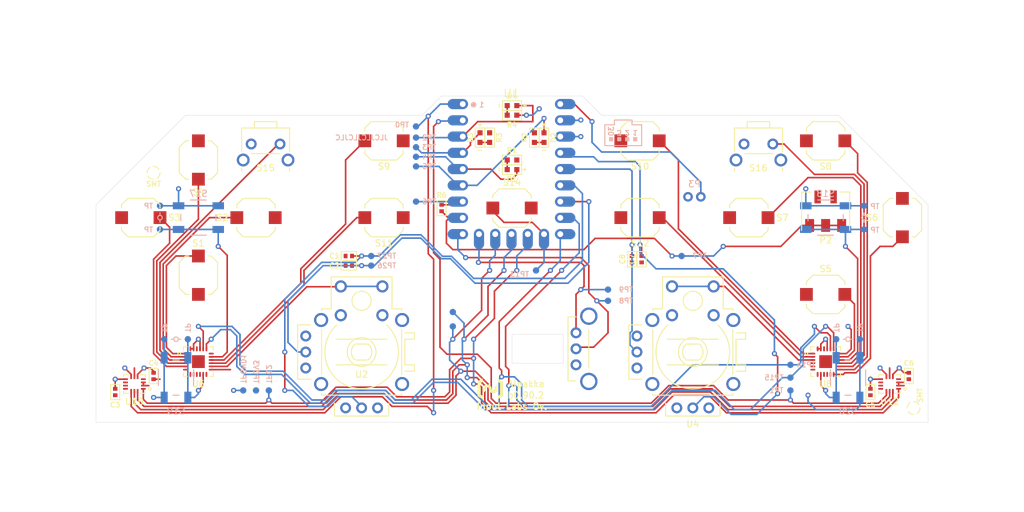
<source format=kicad_pcb>
(kicad_pcb (version 20240108) (generator "pcbnew") (generator_version "8.0")
  (title_block (title "Alpakka") (company "Input Labs Oy."))
  (layers (0 "F.Cu" signal) (31 "B.Cu" signal) (34 "B.Paste" user) (35 "F.Paste" user) (36 "B.SilkS" user "B.Silkscreen") (37 "F.SilkS" user "F.Silkscreen") (38 "B.Mask" user) (39 "F.Mask" user) (44 "Edge.Cuts" user))
  (net 0 "")
  (net 1 "GP20")
  (net 2 "GND")
  (net 3 "ADC0")
  (net 4 "ADC1")
  (net 5 "SPI_RX")
  (net 6 "SPI_CK")
  (net 7 "SPI_TX")
  (net 8 "Net-(D1-K)")
  (net 9 "GP2")
  (net 10 "GP3")
  (net 11 "GP4")
  (net 12 "GP5")
  (net 13 "GP8")
  (net 14 "GP9")
  (net 15 "GP7")
  (net 16 "GP6")
  (net 17 "A0")
  (net 18 "A1")
  (net 19 "A4")
  (net 20 "A3")
  (net 21 "B15")
  (net 22 "B10")
  (net 23 "B13")
  (net 24 "B11")
  (net 25 "A14")
  (net 26 "B0")
  (net 27 "A13")
  (net 28 "B1")
  (net 29 "A2")
  (net 30 "B12")
  (net 31 "A15")
  (net 32 "B14")
  (net 33 "A9")
  (net 34 "B7")
  (net 35 "I2C_SDA")
  (net 36 "I2C_SCL")
  (net 37 "A12")
  (net 40 "B2")
  (net 47 "Net-(D2-K)")
  (net 48 "Net-(D3-K)")
  (net 49 "Net-(D4-K)")
  (net 50 "CS1")
  (net 51 "CS0")
  (net 63 "VCC")
  (net 65 "/A10")
  (net 66 "5V")
  (net 67 "ADC2")
  (net 68 "ADC3")
  (footprint "ILO_fp:Alpsalpine_SKPM" (layer "F.Cu") (at 149 42)
    (property "Reference" "S8")
    (property "Value" "y")
  )
  (footprint "ILO_fp:NPTH_4mm" (layer "F.Cu") (at 159 62)
    (property "Reference" "REF**" (hide yes))
    (property "Value" "NPTH_4mm" (hide yes))
  )
  (footprint "ILO_fp:Alpsalpine_SKPM" (layer "F.Cu") (at 60 54 180)
    (property "Reference" "S2")
    (property "Value" "right")
  )
  (footprint "ILO_fp:0402" (layer "F.Cu") (at 89 52.5 -90)
    (property "Reference" "R6")
    (property "Value" "R6" (hide yes))
  )
  (footprint "ILO_fp:Alpsalpine_SKPM" (layer "F.Cu") (at 42 54)
    (property "Reference" "S3")
    (property "Value" "left")
  )
  (footprint "ILO_fp:Alpsalpine_SKPM" (layer "F.Cu") (at 80 42 180)
    (property "Reference" "S9")
    (property "Value" "select_1")
  )
  (footprint "ILO_fp:Alpsalpine_SKPM" (layer "F.Cu") (at 80 54 180)
    (property "Reference" "S11")
    (property "Value" "select_2")
  )
  (footprint "ILO_fp:Alpsalpine_SKPM" (layer "F.Cu") (at 120 42)
    (property "Reference" "S10")
    (property "Value" "start_1")
  )
  (footprint "ILO_fp:NPTH_4mm" (layer "F.Cu") (at 41 62)
    (property "Reference" "REF**" (hide yes))
    (property "Value" "NPTH_4mm" (hide yes))
  )
  (footprint "ILO_fp:NPTH_4mm" (layer "F.Cu") (at 62 62)
    (property "Reference" "REF**" (hide yes))
    (property "Value" "NPTH_4mm" (hide yes))
  )
  (footprint "ILO_fp:NPTH_4mm" (layer "F.Cu") (at 85 62)
    (property "Reference" "REF**" (hide yes))
    (property "Value" "NPTH_4mm" (hide yes))
  )
  (footprint "ILO_fp:NPTH_4mm" (layer "F.Cu") (at 115 62)
    (property "Reference" "REF**" (hide yes))
    (property "Value" "NPTH_4mm" (hide yes))
  )
  (footprint "ILO_fp:NPTH_4mm" (layer "F.Cu") (at 138 62)
    (property "Reference" "REF**" (hide yes))
    (property "Value" "NPTH_4mm" (hide yes))
  )
  (footprint "ILO_fp:Alpsalpine_SKPM" (layer "F.Cu") (at 149 66)
    (property "Reference" "S5")
    (property "Value" "a")
  )
  (footprint "ILO_fp:Alpsalpine_SKPM" (layer "F.Cu") (at 161 54 -90)
    (property "Reference" "S6")
    (property "Value" "b")
  )
  (footprint "ILO_fp:Alpsalpine_SKPM" (layer "F.Cu") (at 137 54)
    (property "Reference" "S7")
    (property "Value" "x")
  )
  (footprint "ILO_fp:Alpsalpine_SKPM" (layer "F.Cu") (at 51 63 90)
    (property "Reference" "S1")
    (property "Value" "down")
  )
  (footprint "ILO_fp:Alpsalpine_SKPM" (layer "F.Cu") (at 51 45 -90)
    (property "Reference" "S4")
    (property "Value" "up")
  )
  (footprint "ILO_fp:NPTH_2mm" (layer "F.Cu") (at 85 49)
    (property "Reference" "REF**" (hide yes))
    (property "Value" "NPTH_2mm" (hide yes))
  )
  (footprint "ILO_fp:NPTH_2mm" (layer "F.Cu") (at 62 49)
    (property "Reference" "REF**" (hide yes))
    (property "Value" "NPTH_2mm" (hide yes))
  )
  (footprint "ILO_fp:NPTH_2mm" (layer "F.Cu") (at 85 75)
    (property "Reference" "REF**" (hide yes))
    (property "Value" "NPTH_2mm" (hide yes))
  )
  (footprint "ILO_fp:NPTH_2mm" (layer "F.Cu") (at 62 75)
    (property "Reference" "REF**" (hide yes))
    (property "Value" "NPTH_2mm" (hide yes))
  )
  (footprint "ILO_fp:NPTH_2mm" (layer "F.Cu") (at 115 49)
    (property "Reference" "REF**" (hide yes))
    (property "Value" "NPTH_2mm" (hide yes))
  )
  (footprint "ILO_fp:NPTH_2mm" (layer "F.Cu") (at 138 49)
    (property "Reference" "REF**" (hide yes))
    (property "Value" "NPTH_2mm" (hide yes))
  )
  (footprint "ILO_fp:NPTH_2mm" (layer "F.Cu") (at 159 75)
    (property "Reference" "REF**" (hide yes))
    (property "Value" "NPTH_2mm" (hide yes))
  )
  (footprint "ILO_fp:NPTH_2mm" (layer "F.Cu") (at 138 75)
    (property "Reference" "REF**" (hide yes))
    (property "Value" "NPTH_2mm" (hide yes))
  )
  (footprint "ILO_fp:Alpsalpine_SKPM" (layer "F.Cu") (at 100 52.5 180)
    (property "Reference" "S14")
    (property "Value" "home")
  )
  (footprint "ILO_fp:0402" (layer "F.Cu") (at 74.5 60)
    (property "Reference" "C1")
    (property "Value" "C" (hide yes))
  )
  (footprint "ILO_fp:HRO_BC-25-3P" (layer "F.Cu") (at 149 53 -90)
    (property "Reference" "P2")
    (property "Value" "Endpoint" (hide yes))
  )
  (footprint "ILO_fp:0603_d" (layer "F.Cu") (at 95 41.5 90)
    (property "Reference" "D3")
    (property "Value" "Diode" (hide yes))
  )
  (footprint "ILO_fp:0603_d" (layer "F.Cu") (at 100 36.5)
    (property "Reference" "D4")
    (property "Value" "Diode" (hide yes))
  )
  (footprint "ILO_fp:0603_d" (layer "F.Cu") (at 105 41.5 90)
    (property "Reference" "D2")
    (property "Value" "Diode" (hide yes))
  )
  (footprint "ILO_fp:Alpsalpine_RKJXV122400R" (layer "F.Cu") (at 76.5 75 180)
    (property "Reference" "U2")
    (property "Value" "Alpsalpine_RKJXV" (hide yes))
  )
  (footprint "ILO_fp:NPTH_2mm" (layer "F.Cu") (at 41 75)
    (property "Reference" "REF**" (hide yes))
    (property "Value" "NPTH_2mm" (hide yes))
  )
  (footprint "ILO_fp:Alpsalpine_SKPM" (layer "F.Cu") (at 120 54)
    (property "Reference" "S12")
    (property "Value" "start_2")
  )
  (footprint "ILO_fp:Alpsalpine_SKHHL" (layer "F.Cu") (at 61.5 42.5 180)
    (property "Reference" "S15")
    (property "Value" "l1")
  )
  (footprint "ILO_fp:0402" (layer "F.Cu") (at 74.5 61.5)
    (property "Reference" "C2")
    (property "Value" "C" (hide yes))
  )
  (footprint "ILO_fp:LGA14" (layer "F.Cu") (at 159 80 180)
    (property "Reference" "U12")
    (property "Value" "ST_LSM6" (hide yes))
  )
  (footprint "ILO_fp:0402" (layer "F.Cu") (at 162 78.75 90)
    (property "Reference" "C6")
    (property "Value" "C" (hide yes))
  )
  (footprint "ILO_fp:0402" (layer "F.Cu") (at 156 81.25 90)
    (property "Reference" "C5")
    (property "Value" "C" (hide yes))
  )
  (footprint "ILO_fp:Alpsalpine_SKHHL" (layer "F.Cu") (at 138.5 42.5 180)
    (property "Reference" "S16")
    (property "Value" "r1")
  )
  (footprint "ILO_fp:0603" (layer "F.Cu") (at 100 45 180)
    (property "Reference" "R1")
    (property "Value" "R" (hide yes))
  )
  (footprint "ILO_fp:0603" (layer "F.Cu") (at 103.5 41.5 -90)
    (property "Reference" "R2")
    (property "Value" "R" (hide yes))
  )
  (footprint "ILO_fp:0603" (layer "F.Cu") (at 96.5 41.5 -90)
    (property "Reference" "R3")
    (property "Value" "R" (hide yes))
  )
  (footprint "ILO_fp:0603" (layer "F.Cu") (at 100 38 180)
    (property "Reference" "R4")
    (property "Value" "R" (hide yes))
  )
  (footprint "ILO_fp:0603_d" (layer "F.Cu") (at 100 46.5)
    (property "Reference" "D1")
    (property "Value" "Diode" (hide yes))
  )
  (footprint "ILO_fp:0402" (layer "F.Cu") (at 38 81.25 90)
    (property "Reference" "C3")
    (property "Value" "C" (hide yes))
  )
  (footprint "ILO_fp:0402" (layer "F.Cu") (at 44 78.75 90)
    (property "Reference" "C4")
    (property "Value" "C" (hide yes))
  )
  (footprint "ILO_fp:QFN24" (layer "F.Cu") (at 149 76.5)
    (property "Reference" "U8")
    (property "Value" "NXP_PCAL6416A" (hide yes))
  )
  (footprint "ILO_fp:QFN24" (layer "F.Cu") (at 51 76.5)
    (property "Reference" "U6")
    (property "Value" "NXP_PCAL6416A" (hide yes))
  )
  (footprint "ILO_fp:NPTH_2mm" (layer "F.Cu") (at 44 47)
    (property "Reference" "REF**" (hide yes))
    (property "Value" "NPTH_2mm" (hide yes))
  )
  (footprint "ILO_fp:0402" (layer "F.Cu") (at 118.75 60.5 90)
    (property "Reference" "C8")
    (property "Value" "C" (hide yes))
  )
  (footprint "ILO_fp:Alpsalpine_RKJXV122400R" (layer "F.Cu") (at 128.25 75 180)
    (property "Reference" "U4")
    (property "Value" "Alpsalpine_RKJXV" (hide yes))
  )
  (footprint "LOGO" (layer "F.Cu") (at 96.6 80.75)
    (property "Reference" "G***" (hide yes))
    (property "Value" "LOGO" (hide yes))
  )
  (footprint "ILO_fp:0402" (layer "F.Cu") (at 120.25 60.5 90)
    (property "Reference" "C7")
    (property "Value" "C" (hide yes))
  )
  (footprint "" (layer "F.Cu") (at 162.75 83.75)
    (property "Reference" "")
    (property "Value" "")
  )
  (footprint "ILO_fp:LGA14" (layer "F.Cu") (at 41 80 180)
    (property "Reference" "U10")
    (property "Value" "ST_LSM6" (hide yes))
  )
  (footprint "ILO_fp:Alpsalpine_EC10E" (layer "F.Cu") (at 111 74.5 -90)
    (property "Reference" "U3" (hide yes))
    (property "Value" "Alpsalpine_EC10E" (hide yes))
  )
  (footprint "ILO_fp:Alpsalpine_SKQG" (layer "B.Cu") (at 51 54)
    (property "Reference" "S17")
    (property "Value" "l2" (hide yes))
  )
  (footprint "ILO_fp:Alpsalpine_SKQG" (layer "B.Cu") (at 152.5 79 -90)
    (property "Reference" "S20")
    (property "Value" "r4" (hide yes))
  )
  (footprint "ILO_fp:Alpsalpine_SKQG" (layer "B.Cu") (at 149 54)
    (property "Reference" "S18")
    (property "Value" "r2" (hide yes))
  )
  (footprint "ILO_fp:Alpsalpine_SKQG" (layer "B.Cu") (at 47.5 79 90)
    (property "Reference" "S19")
    (property "Value" "l4" (hide yes))
  )
  (footprint "ILO_fp:Pad_1mm" (layer "B.Cu") (at 49.35 73 180)
    (property "Reference" "TP204" (hide yes))
    (property "Value" "Endpoint" (hide yes))
  )
  (footprint "ILO_fp:Pad_1mm" (layer "B.Cu") (at 62 81 180)
    (property "Reference" "TP12")
    (property "Value" "Endpoint" (hide yes))
  )
  (footprint "ILO_fp:Pad_1mm" (layer "B.Cu") (at 126.5 60 180)
    (property "Reference" "TP7")
    (property "Value" "Endpoint" (hide yes))
  )
  (footprint "ILO_fp:Pad_1mm" (layer "B.Cu") (at 85 51.5 180)
    (property "Reference" "TP6")
    (property "Value" "Endpoint" (hide yes))
  )
  (footprint "ILO_fp:Pad_1mm" (layer "B.Cu") (at 45 55.85 180)
    (property "Reference" "TP202" (hide yes))
    (property "Value" "Endpoint" (hide yes))
  )
  (footprint "ILO_fp:JST_PH_2_TH" (layer "B.Cu") (at 128.5 50.75 180)
    (property "Reference" "P3")
    (property "Value" "Conn_01x02")
  )
  (footprint "ILO_fp:Pad_1mm" (layer "B.Cu") (at 78 60 180)
    (property "Reference" "TP27")
    (property "Value" "Endpoint" (hide yes))
  )
  (footprint "ILO_fp:Pad_1mm" (layer "B.Cu") (at 103.75 62.25 180)
    (property "Reference" "TP13")
    (property "Value" "Endpoint" (hide yes))
  )
  (footprint "ILO_fp:Pad_1mm" (layer "B.Cu") (at 143.5 79 180)
    (property "Reference" "TP15")
    (property "Value" "Endpoint" (hide yes))
  )
  (footprint "ILO_fp:Pad_1mm" (layer "B.Cu") (at 90.75 71 180)
    (property "Reference" "TP10" (hide yes))
    (property "Value" "Endpoint" (hide yes))
  )
  (footprint "ILO_fp:Pad_1mm" (layer "B.Cu") (at 85 39.75 180)
    (property "Reference" "TP0")
    (property "Value" "Endpoint" (hide yes))
  )
  (footprint "ILO_fp:Pad_1mm" (layer "B.Cu") (at 115 65.25 180)
    (property "Reference" "TP9")
    (property "Value" "Endpoint" (hide yes))
  )
  (footprint "ILO_fp:Pad_1mm" (layer "B.Cu") (at 85 43 180)
    (property "Reference" "TP3")
    (property "Value" "Endpoint" (hide yes))
  )
  (footprint "ILO_fp:Pad_1mm" (layer "B.Cu") (at 154.35 73 180)
    (property "Reference" "TP103" (hide yes))
    (property "Value" "Endpoint" (hide yes))
  )
  (footprint "ILO_fp:Pad_1mm" (layer "B.Cu") (at 85 41.5 180)
    (property "Reference" "TP2")
    (property "Value" "Endpoint" (hide yes))
  )
  (footprint "ILO_fp:Pad_1mm" (layer "B.Cu") (at 85 44.5 180)
    (property "Reference" "TP4")
    (property "Value" "Endpoint" (hide yes))
  )
  (footprint "ILO_fp:Pad_1mm" (layer "B.Cu") (at 115 67 180)
    (property "Reference" "TP8")
    (property "Value" "Endpoint" (hide yes))
  )
  (footprint "ILO_fp:Pad_1mm" (layer "B.Cu") (at 85 46 180)
    (property "Reference" "TP5")
    (property "Value" "Endpoint" (hide yes))
  )
  (footprint "ILO_fp:Pad_1mm" (layer "B.Cu") (at 60 81 180)
    (property "Reference" "TP3V3")
    (property "Value" "Endpoint" (hide yes))
  )
  (footprint "ILO_fp:Pad_1mm" (layer "B.Cu") (at 90.75 68.75 180)
    (property "Reference" "TP11" (hide yes))
    (property "Value" "Endpoint" (hide yes))
  )
  (footprint "ILO_fp:Pad_1mm" (layer "B.Cu") (at 45.65 73 180)
    (property "Reference" "TP203" (hide yes))
    (property "Value" "Endpoint" (hide yes))
  )
  (footprint "ILO_fp:Pad_1mm" (layer "B.Cu") (at 155 55.85 180)
    (property "Reference" "TP102" (hide yes))
    (property "Value" "Endpoint" (hide yes))
  )
  (footprint "ILO_fp:Pad_1mm" (layer "B.Cu") (at 150.65 73 180)
    (property "Reference" "TP104" (hide yes))
    (property "Value" "Endpoint" (hide yes))
  )
  (footprint "ILO_fp:Pad_1mm" (layer "B.Cu") (at 155 52.15 180)
    (property "Reference" "TP101" (hide yes))
    (property "Value" "Endpoint" (hide yes))
  )
  (footprint "ILO_fp:Pad_1mm" (layer "B.Cu") (at 143.5 81 180)
    (property "Reference" "TP1")
    (property "Value" "Endpoint" (hide yes))
  )
  (footprint "ILO_fp:Pad_1mm" (layer "B.Cu") (at 45 52.15 180)
    (property "Reference" "TP201" (hide yes))
    (property "Value" "Endpoint" (hide yes))
  )
  (footprint "ILO_fp:PICOMINI" (layer "B.Cu") (at 100.809 45.785 180)
    (property "Reference" "U1")
    (property "Value" "微雪RP2040-ZERO")
  )
  (footprint "ILO_fp:Pad_1mm" (layer "B.Cu") (at 58 81 180)
    (property "Reference" "TPGND1")
    (property "Value" "Endpoint" (hide yes))
  )
  (footprint "ILO_fp:Pad_1mm" (layer "B.Cu") (at 143.5 77 180)
    (property "Reference" "TP14")
    (property "Value" "Endpoint" (hide yes))
  )
  (footprint "ILO_fp:Pad_1mm" (layer "B.Cu") (at 78 61.5 180)
    (property "Reference" "TP26")
    (property "Value" "Endpoint" (hide yes))
  )
  (gr_circle (center 155 54) (end 155.25 54.25) (stroke (width 0.16)) (fill none) (layer "B.SilkS"))
  (gr_line (start 152.853553 73) (end 153.25 73) (stroke (width 0.16)) (layer "B.SilkS"))
  (gr_line (start 120.25 39.5) (end 118.75 39.5) (stroke (width 0.16)) (layer "B.SilkS"))
  (gr_line (start 47.853553 73) (end 48.25 73) (stroke (width 0.16)) (layer "B.SilkS"))
  (gr_line (start 47.146447 73) (end 46.75 73) (stroke (width 0.16)) (layer "B.SilkS"))
  (gr_line (start 45 53.646447) (end 45 53.25) (stroke (width 0.16)) (layer "B.SilkS"))
  (gr_circle (center 152.5 73) (end 152.25 73.25) (stroke (width 0.16)) (fill none) (layer "B.SilkS"))
  (gr_line (start 155 54.353553) (end 155 54.75) (stroke (width 0.16)) (layer "B.SilkS"))
  (gr_circle (center 47.5 73) (end 47.25 73.25) (stroke (width 0.16)) (fill none) (layer "B.SilkS"))
  (gr_rect (start 117.75 41.5) (end 118.25 42) (stroke (width 0.16)) (fill solid) (layer "B.SilkS"))
  (gr_line (start 116 39.5) (end 114.5 39.5) (stroke (width 0.16)) (layer "B.SilkS"))
  (gr_line (start 45 54.353553) (end 45 54.75) (stroke (width 0.16)) (layer "B.SilkS"))
  (gr_rect (start 119 41.5) (end 119.5 42) (stroke (width 0.16)) (fill solid) (layer "B.SilkS"))
  (gr_rect (start 115.25 41.5) (end 115.75 42) (stroke (width 0.16)) (fill solid) (layer "B.SilkS"))
  (gr_line (start 114.5 42.75) (end 120.25 42.75) (stroke (width 0.16)) (layer "B.SilkS"))
  (gr_line (start 116 38.75) (end 116 39.5) (stroke (width 0.16)) (layer "B.SilkS"))
  (gr_line (start 118.75 38.75) (end 116 38.75) (stroke (width 0.16)) (layer "B.SilkS"))
  (gr_line (start 155 53.646447) (end 155 53.25) (stroke (width 0.16)) (layer "B.SilkS"))
  (gr_circle (center 94 36.3728) (end 93.646447 36.3728) (stroke (width 0.16)) (fill solid) (layer "B.SilkS"))
  (gr_line (start 152.146447 73) (end 151.75 73) (stroke (width 0.16)) (layer "B.SilkS"))
  (gr_line (start 120.25 42.75) (end 120.25 39.5) (stroke (width 0.16)) (layer "B.SilkS"))
  (gr_line (start 118.75 39.5) (end 118.75 38.75) (stroke (width 0.16)) (layer "B.SilkS"))
  (gr_circle (center 45 54) (end 45.25 54.25) (stroke (width 0.16)) (fill none) (layer "B.SilkS"))
  (gr_line (start 114.5 39.5) (end 114.5 42.75) (stroke (width 0.16)) (layer "B.SilkS"))
  (gr_rect (start 116.5 41.5) (end 117 42) (stroke (width 0.16)) (fill solid) (layer "B.SilkS"))
  (gr_arc (start 162.75 82.75) (mid 163.221847 82.868345) (end 163.58205 83.1953) (stroke (width 0.153)) (layer "F.SilkS"))
  (gr_arc (start 44 46) (mid 44.471847 46.118345) (end 44.83205 46.4453) (stroke (width 0.153)) (layer "F.SilkS"))
  (gr_arc (start 43 47) (mid 43.118345 46.528153) (end 43.4453 46.16795) (stroke (width 0.153)) (layer "F.SilkS"))
  (gr_arc (start 163.75 83.75) (mid 163.631655 84.221847) (end 163.3047 84.58205) (stroke (width 0.153)) (layer "F.SilkS"))
  (gr_arc (start 44 48) (mid 43.528153 47.881655) (end 43.16795 47.5547) (stroke (width 0.153)) (layer "F.SilkS"))
  (gr_arc (start 45 47) (mid 44.881655 47.471847) (end 44.5547 47.83205) (stroke (width 0.153)) (layer "F.SilkS"))
  (gr_arc (start 161.75 83.75) (mid 161.868345 83.278153) (end 162.1953 82.91795) (stroke (width 0.153)) (layer "F.SilkS"))
  (gr_arc (start 162.75 84.75) (mid 162.278153 84.631655) (end 161.91795 84.3047) (stroke (width 0.153)) (layer "F.SilkS"))
  (gr_line (start 100 35) (end 89 35) (stroke (width 0.05)) (layer "Edge.Cuts"))
  (gr_line (start 89 35) (end 86 38) (stroke (width 0.05)) (layer "Edge.Cuts"))
  (gr_line (start 111 35) (end 114 38) (stroke (width 0.05)) (layer "Edge.Cuts"))
  (gr_line (start 100 35) (end 111 35) (stroke (width 0.05)) (layer "Edge.Cuts"))
  (gr_line (start 35 86) (end 165 86) (stroke (width 0.05)) (layer "Edge.Cuts"))
  (gr_line (start 114 38) (end 151 38) (stroke (width 0.05)) (layer "Edge.Cuts"))
  (gr_rect (start 100 72.25) (end 108 76.75) (stroke (width 0.05)) (fill none) (layer "Edge.Cuts"))
  (gr_line (start 151 38) (end 165 52) (stroke (width 0.05)) (layer "Edge.Cuts"))
  (gr_line (start 165 86) (end 165 52) (stroke (width 0.05)) (layer "Edge.Cuts"))
  (gr_line (start 49 38) (end 35 52) (stroke (width 0.05)) (layer "Edge.Cuts"))
  (gr_line (start 35 86) (end 35 52) (stroke (width 0.05)) (layer "Edge.Cuts"))
  (gr_line (start 86 38) (end 49 38) (stroke (width 0.05)) (layer "Edge.Cuts"))
  (gr_text "JLCJLCJLCJLC" (at 76.5 41.5 0) (layer "B.SilkS") (effects (font (size 0.8 0.8)) (justify mirror)))
  (gr_text "1" (at 119.25 40.75 180) (layer "B.SilkS") (effects (font (size 0.8 0.8) (thickness 0.153)) (justify mirror)))
  (gr_text "3" (at 116.75 40.75 180) (layer "B.SilkS") (effects (font (size 0.8 0.8) (thickness 0.153)) (justify mirror)))
  (gr_text "2" (at 118 40.75 180) (layer "B.SilkS") (effects (font (size 0.8 0.8) (thickness 0.153)) (justify mirror)))
  (gr_text "TP" (at 150.65 72 270) (layer "B.SilkS") (effects (font (size 0.8 0.8) (thickness 0.153)) (justify left mirror)))
  (gr_text "TP" (at 157.5 52.25 0) (layer "B.SilkS") (effects (font (size 0.8 0.8) (thickness 0.153)) (justify left mirror)))
  (gr_text "TP" (at 49.3 72 270) (layer "B.SilkS") (effects (font (size 0.8 0.8) (thickness 0.153)) (justify left mirror)))
  (gr_text "TP" (at 44 52.2 0) (layer "B.SilkS") (effects (font (size 0.8 0.8) (thickness 0.153)) (justify left mirror)))
  (gr_text "TP" (at 44 55.9 0) (layer "B.SilkS") (effects (font (size 0.8 0.8) (thickness 0.153)) (justify left mirror)))
  (gr_text "TP" (at 45.6 72 270) (layer "B.SilkS") (effects (font (size 0.8 0.8) (thickness 0.153)) (justify left mirror)))
  (gr_text "TP" (at 157.5 55.95 0) (layer "B.SilkS") (effects (font (size 0.8 0.8) (thickness 0.153)) (justify left mirror)))
  (gr_text "1" (at 95.2504 36.3728 0) (layer "B.SilkS") (effects (font (size 0.8 0.8) (thickness 0.153)) (justify mirror)))
  (gr_text "TP" (at 154.35 72 270) (layer "B.SilkS") (effects (font (size 0.8 0.8) (thickness 0.153)) (justify left mirror)))
  (gr_text "30" (at 115.5 40.5 90) (layer "B.SilkS") (effects (font (size 0.8 0.8) (thickness 0.153)) (justify mirror)))
  (gr_text "Input Labs Oy." (at 100 83.5 0) (layer "F.SilkS") (effects (font (size 1 1) (thickness 0.2))))
  (gr_text "Alpakka" (at 99.25 80 0) (layer "F.SilkS") (effects (font (size 1 1) (thickness 0.16)) (justify left)))
  (gr_text "b0.90.2" (at 99.2 81.75 0) (layer "F.SilkS") (effects (font (size 1 1) (thickness 0.16)) (justify left)))
  (gr_text "SMT" (at 163.75 81.75 90) (layer "F.SilkS") (effects (font (size 0.8 0.8) (thickness 0.153))))
  (gr_text "SMT" (at 44 48.75 0) (layer "F.SilkS") (effects (font (size 0.8 0.8) (thickness 0.153))))
  (segment (start 97 53) (end 98.75 54.75) (width 0.25) (layer "F.Cu") (net 1))
  (segment (start 103.17 54.75) (end 105 56.58) (width 0.25) (layer "F.Cu") (net 1))
  (segment (start 98.75 54.75) (end 103.17 54.75) (width 0.25) (layer "F.Cu") (net 1))
  (segment (start 103.75 62.25) (end 105 61) (width 0.25) (layer "B.Cu") (net 1))
  (segment (start 105 61) (end 105 57.342) (width 0.25) (layer "B.Cu") (net 1))
  (segment (start 105 57.75) (end 105 57.342) (width 0.25) (layer "B.Cu") (net 1))
  (segment (start 159 78.852) (end 159 77.5) (width 0.25) (layer "F.Cu") (net 2))
  (segment (start 102.25 38) (end 100.75 38) (width 0.25) (layer "F.Cu") (net 2))
  (segment (start 41 77.5) (end 41 78.852) (width 0.25) (layer "F.Cu") (net 2))
  (segment (start 160.398 79.75) (end 160.398 80.25) (width 0.25) (layer "F.Cu") (net 2))
  (segment (start 44 79.25) (end 45 79.25) (width 0.25) (layer "F.Cu") (net 2))
  (segment (start 160.398 79.75) (end 161.25 79.75) (width 0.25) (layer "F.Cu") (net 2))
  (segment (start 158.5 78.852) (end 158.5 78.5) (width 0.25) (layer "F.Cu") (net 2))
  (segment (start 42.398 80.25) (end 42.398 79.75) (width 0.25) (layer "F.Cu") (net 2))
  (segment (start 43 80.25) (end 43.25 80.25) (width 0.25) (layer "F.Cu") (net 2))
  (segment (start 40.5 78.5) (end 40.5 78.852) (width 0.25) (layer "F.Cu") (net 2))
  (segment (start 158.5 78.5) (end 157.5 77.5) (width 0.25) (layer "F.Cu") (net 2))
  (segment (start 160.398 80.25) (end 161.25 80.25) (width 0.25) (layer "F.Cu") (net 2))
  (segment (start 53 77.75) (end 56 77.75) (width 0.25) (layer "F.Cu") (net 2))
  (segment (start 42.398 80.25) (end 43 80.25) (width 0.25) (layer "F.Cu") (net 2))
  (segment (start 39.5 77.5) (end 40.5 78.5) (width 0.25) (layer "F.Cu") (net 2))
  (via (at 102.25 38) (size 0.8) (drill 0.4) (layers "F.Cu" "B.Cu") (net 2))
  (via (at 39.5 77.5) (size 0.8) (drill 0.4) (layers "F.Cu" "B.Cu") (net 2))
  (via (at 44 82.1) (size 0.8) (drill 0.4) (layers "F.Cu" "B.Cu") (net 2))
  (via (at 56.5 81) (size 0.8) (drill 0.4) (layers "F.Cu" "B.Cu") (net 2))
  (via (at 104.25 37) (size 0.8) (drill 0.4) (layers "F.Cu" "B.Cu") (net 2))
  (via (at 145.9 49.5) (size 0.8) (drill 0.4) (layers "F.Cu" "B.Cu") (net 2))
  (via (at 110.75 38.75) (size 0.8) (drill 0.4) (layers "F.Cu" "B.Cu") (net 2))
  (via (at 157.5 77.5) (size 0.8) (drill 0.4) (layers "F.Cu" "B.Cu") (net 2))
  (via (at 47.9 49.5) (size 0.8) (drill 0.4) (layers "F.Cu" "B.Cu") (net 2))
  (via (at 146.25 81.75) (size 0.8) (drill 0.4) (layers "F.Cu" "B.Cu") (net 2))
  (segment (start 47.9 52.15) (end 54.1 52.15) (width 0.25) (layer "B.Cu") (net 2))
  (segment (start 45.65 75.9) (end 45.65 82.1) (width 0.25) (layer "B.Cu") (net 2))
  (segment (start 154.35 75.9) (end 154.35 82.1) (width 0.25) (layer "B.Cu") (net 2))
  (segment (start 45.65 82.1) (end 44 82.1) (width 0.25) (layer "B.Cu") (net 2))
  (segment (start 146.25 81.75) (end 146.25 82.75) (width 0.25) (layer "B.Cu") (net 2))
  (segment (start 153.75 84) (end 154.35 83.4) (width 0.25) (layer "B.Cu") (net 2))
  (segment (start 154.35 83.4) (end 154.35 82.1) (width 0.25) (layer "B.Cu") (net 2))
  (segment (start 103.25 38) (end 102.25 38) (width 0.25) (layer "B.Cu") (net 2))
  (segment (start 45.65 75.9) (end 45.65 73.1) (width 0.25) (layer "B.Cu") (net 2))
  (segment (start 154.35 75.9) (end 154.35 73.1) (width 0.25) (layer "B.Cu") (net 2))
  (segment (start 152.1 52.15) (end 145.9 52.15) (width 0.25) (layer "B.Cu") (net 2))
  (segment (start 104.25 37) (end 103.25 38) (width 0.25) (layer "B.Cu") (net 2))
  (segment (start 47.9 52.15) (end 45 52.15) (width 0.25) (layer "B.Cu") (net 2))
  (segment (start 152.1 52.15) (end 155 52.15) (width 0.25) (layer "B.Cu") (net 2))
  (segment (start 110.75 38.75) (end 110.7 38.8) (width 0.25) (layer "B.Cu") (net 2))
  (segment (start 58 81) (end 56.5 81) (width 0.25) (layer "B.Cu") (net 2))
  (segment (start 110.7 38.8) (end 107.54 38.8) (width 0.25) (layer "B.Cu") (net 2))
  (segment (start 145.9 52.15) (end 145.9 49.5) (width 0.25) (layer "B.Cu") (net 2))
  (segment (start 146.25 82.75) (end 147.5 84) (width 0.25) (layer "B.Cu") (net 2))
  (segment (start 47.9 52.15) (end 47.9 49.5) (width 0.25) (layer "B.Cu") (net 2))
  (segment (start 147.5 84) (end 153.75 84) (width 0.25) (layer "B.Cu") (net 2))
  (segment (start 76.5 61.5) (end 75.999988 61.5) (width 0.25) (layer "F.Cu") (net 3))
  (segment (start 75.999988 61.5) (end 75 61.5) (width 0.25) (layer "F.Cu") (net 3))
  (segment (start 107.54 51.5) (end 112 51.5) (width 0.25) (layer "F.Cu") (net 3))
  (via (at 112 51.5) (size 0.8) (drill 0.4) (layers "F.Cu" "B.Cu") (net 3))
  (via (at 76.5 61.5) (size 0.8) (drill 0.4) (layers "F.Cu" "B.Cu") (net 3))
  (segment (start 90.387683 60.420841) (end 94.216842 64.25) (width 0.25) (layer "B.Cu") (net 3))
  (segment (start 88.970841 60.420841) (end 90.387683 60.420841) (width 0.25) (layer "B.Cu") (net 3))
  (segment (start 78.5 61.5) (end 82.8 57.2) (width 0.25) (layer "B.Cu") (net 3))
  (segment (start 108.75 64.25) (end 112 61) (width 0.25) (layer "B.Cu") (net 3))
  (segment (start 78 61.5) (end 78.5 61.5) (width 0.25) (layer "B.Cu") (net 3))
  (segment (start 65 73.5) (end 66.5 75) (width 0.25) (layer "B.Cu") (net 3))
  (segment (start 66.5 75) (end 67.77 75) (width 0.25) (layer "B.Cu") (net 3))
  (segment (start 70.5 61.5) (end 65 67) (width 0.25) (layer "B.Cu") (net 3))
  (segment (start 76.5 61.5) (end 78 61.5) (width 0.25) (layer "B.Cu") (net 3))
  (segment (start 85.75 57.2) (end 88.970841 60.420841) (width 0.25) (layer "B.Cu") (net 3))
  (segment (start 65 67) (end 65 73.5) (width 0.25) (layer "B.Cu") (net 3))
  (segment (start 82.8 57.2) (end 85.75 57.2) (width 0.25) (layer "B.Cu") (net 3))
  (segment (start 112 61) (end 112 51.5) (width 0.25) (layer "B.Cu") (net 3))
  (segment (start 76.5 61.5) (end 70.5 61.5) (width 0.25) (layer "B.Cu") (net 3))
  (segment (start 94.216842 64.25) (end 108.75 64.25) (width 0.25) (layer "B.Cu") (net 3))
  (segment (start 75 60) (end 76.5 60) (width 0.25) (layer "F.Cu") (net 4))
  (segment (start 64.5 75) (end 64.5 81) (width 0.25) (layer "F.Cu") (net 4))
  (via (at 64.5 75) (size 0.8) (drill 0.4) (layers "F.Cu" "B.Cu") (net 4))
  (via (at 64.5 81) (size 0.8) (drill 0.4) (layers "F.Cu" "B.Cu") (net 4))
  (via (at 76.5 60) (size 0.8) (drill 0.4) (layers "F.Cu" "B.Cu") (net 4))
  (segment (start 85.773159 56.69) (end 89.127 60.043841) (width 0.25) (layer "B.Cu") (net 4))
  (segment (start 64.5 81) (end 65.75 81) (width 0.25) (layer "B.Cu") (net 4))
  (segment (start 111 50.25) (end 109.71 48.96) (width 0.25) (layer "B.Cu") (net 4))
  (segment (start 76.5 60) (end 75.5 61) (width 0.25) (layer "B.Cu") (net 4))
  (segment (start 65.75 81) (end 68.25 83.5) (width 0.25) (layer "B.Cu") (net 4))
  (segment (start 109.71 48.96) (end 108.302 48.96) (width 0.25) (layer "B.Cu") (net 4))
  (segment (start 64.5 66.75) (end 64.5 75) (width 0.25) (layer "B.Cu") (net 4))
  (segment (start 76.5 83.5) (end 76.5 83.73) (width 0.25) (layer "B.Cu") (net 4))
  (segment (start 68.25 83.5) (end 71.25 83.5) (width 0.25) (layer "B.Cu") (net 4))
  (segment (start 72.75 82) (end 75 82) (width 0.25) (layer "B.Cu") (net 4))
  (segment (start 71.25 83.5) (end 72.75 82) (width 0.25) (layer "B.Cu") (net 4))
  (segment (start 111 60.75) (end 111 50.25) (width 0.25) (layer "B.Cu") (net 4))
  (segment (start 90.543841 60.043841) (end 94 63.5) (width 0.25) (layer "B.Cu") (net 4))
  (segment (start 75.5 61) (end 70.25 61) (width 0.25) (layer "B.Cu") (net 4))
  (segment (start 79.25 60) (end 82.56 56.69) (width 0.25) (layer "B.Cu") (net 4))
  (segment (start 75 82) (end 76.5 83.5) (width 0.25) (layer "B.Cu") (net 4))
  (segment (start 70.25 61) (end 64.5 66.75) (width 0.25) (layer "B.Cu") (net 4))
  (segment (start 82.56 56.69) (end 85.773159 56.69) (width 0.25) (layer "B.Cu") (net 4))
  (segment (start 94 63.5) (end 108.25 63.5) (width 0.25) (layer "B.Cu") (net 4))
  (segment (start 89.127 60.043841) (end 90.543841 60.043841) (width 0.25) (layer "B.Cu") (net 4))
  (segment (start 108.25 63.5) (end 111 60.75) (width 0.25) (layer "B.Cu") (net 4))
  (segment (start 76.5 60) (end 78 60) (width 0.25) (layer "B.Cu") (net 4))
  (segment (start 78 60) (end 79.25 60) (width 0.25) (layer "B.Cu") (net 4))
  (segment (start 133.5 84.5) (end 158 84.5) (width 0.25) (layer "F.Cu") (net 5))
  (segment (start 61.5 83) (end 43 83) (width 0.25) (layer "F.Cu") (net 5))
  (segment (start 97.25 65.5) (end 100.5 62.25) (width 0.25) (layer "F.Cu") (net 5))
  (segment (start 43 83) (end 42.398 82.398) (width 0.25) (layer "F.Cu") (net 5))
  (segment (start 80.5 80.5) (end 72.5 80.5) (width 0.25) (layer "F.Cu") (net 5))
  (segment (start 122.5 84.5) (end 125.25 81.75) (width 0.25) (layer "F.Cu") (net 5))
  (segment (start 96.75 84.5) (end 122.5 84.5) (width 0.25) (layer "F.Cu") (net 5))
  (segment (start 94.75 80) (end 95.25 80.5) (width 0.25) (layer "F.Cu") (net 5))
  (segment (start 42.398 82.398) (end 42.398 80.75) (width 0.25) (layer "F.Cu") (net 5))
  (segment (start 94 76) (end 92 76) (width 0.25) (layer "F.Cu") (net 5))
  (segment (start 94 73) (end 97.25 69.75) (width 0.25) (layer "F.Cu") (net 5))
  (segment (start 89.5 82) (end 82 82) (width 0.25) (layer "F.Cu") (net 5))
  (segment (start 90.25 77.75) (end 90.25 81.25) (width 0.25) (layer "F.Cu") (net 5))
  (segment (start 160.398 82.102) (end 160.398 80.75) (width 0.25) (layer "F.Cu") (net 5))
  (segment (start 70 83) (end 62.5 83) (width 0.25) (layer "F.Cu") (net 5))
  (segment (start 62.5 83) (end 62 82.5) (width 0.25) (layer "F.Cu") (net 5))
  (segment (start 94 80) (end 94.75 80) (width 0.25) (layer "F.Cu") (net 5))
  (segment (start 90.25 81.25) (end 89.5 82) (width 0.25) (layer "F.Cu") (net 5))
  (segment (start 72.5 80.5) (end 70 83) (width 0.25) (layer "F.Cu") (net 5))
  (segment (start 158 84.5) (end 160.398 82.102) (width 0.25) (layer "F.Cu") (net 5))
  (segment (start 125.25 81.75) (end 130.75 81.75) (width 0.25) (layer "F.Cu") (net 5))
  (segment (start 97.25 69.75) (end 97.25 65.5) (width 0.25) (layer "F.Cu") (net 5))
  (segment (start 82 82) (end 80.5 80.5) (width 0.25) (layer "F.Cu") (net 5))
  (segment (start 62 82.5) (end 61.5 83) (width 0.25) (layer "F.Cu") (net 5))
  (segment (start 100.5 62.25) (end 100.75 62.25) (width 0.25) (layer "F.Cu") (net 5))
  (segment (start 95.25 80.5) (end 95.25 83) (width 0.25) (layer "F.Cu") (net 5))
  (segment (start 92 76) (end 90.25 77.75) (width 0.25) (layer "F.Cu") (net 5))
  (segment (start 130.75 81.75) (end 133.5 84.5) (width 0.25) (layer "F.Cu") (net 5))
  (segment (start 95.25 83) (end 96.75 84.5) (width 0.25) (layer "F.Cu") (net 5))
  (via (at 94 80) (size 0.8) (drill 0.4) (layers "F.Cu" "B.Cu") (net 5))
  (via (at 94 76) (size 0.8) (drill 0.4) (layers "F.Cu" "B.Cu") (net 5))
  (via (at 100.75 62.25) (size 0.8) (drill 0.4) (layers "F.Cu" "B.Cu") (net 5))
  (via (at 62 82.5) (size 0.8) (drill 0.4) (layers "F.Cu" "B.Cu") (net 5))
  (via (at 94 73) (size 0.8) (drill 0.4) (layers "F.Cu" "B.Cu") (net 5))
  (segment (start 100.75 60) (end 102.46 58.29) (width 0.25) (layer "B.Cu") (net 5))
  (segment (start 62 82.5) (end 62 81) (width 0.25) (layer "B.Cu") (net 5))
  (segment (start 100.75 62.25) (end 100.75 60) (width 0.25) (layer "B.Cu") (net 5))
  (segment (start 94 73) (end 94 76) (width 0.25) (layer "B.Cu") (net 5))
  (segment (start 94 80) (end 94 76) (width 0.25) (layer "B.Cu") (net 5))
  (segment (start 102.46 58.29) (end 102.46 57.342) (width 0.25) (layer "B.Cu") (net 5))
  (segment (start 134 83.5) (end 157.5 83.5) (width 0.25) (layer "F.Cu") (net 6))
  (segment (start 96.25 82.5) (end 97.25 83.5) (width 0.25) (layer "F.Cu") (net 6))
  (segment (start 91.25 81.75) (end 90 83) (width 0.25) (layer "F.Cu") (net 6))
  (segment (start 90.75 73) (end 95.25 68.5) (width 0.25) (layer "F.Cu") (net 6))
  (segment (start 41 83) (end 41 81.148) (width 0.25) (layer "F.Cu") (net 6))
  (segment (start 70.5 84) (end 42 84) (width 0.25) (layer "F.Cu") (net 6))
  (segment (start 92 78) (end 94.25 78) (width 0.25) (layer "F.Cu") (net 6))
  (segment (start 90 83) (end 81.5 83) (width 0.25) (layer "F.Cu") (net 6))
  (segment (start 92 78) (end 91.25 78.75) (width 0.25) (layer "F.Cu") (net 6))
  (segment (start 91.25 78.75) (end 91.25 81.75) (width 0.25) (layer "F.Cu") (net 6))
  (segment (start 95.25 63.5) (end 96.5 62.25) (width 0.25) (layer "F.Cu") (net 6))
  (segment (start 96.25 80) (end 96.25 82.5) (width 0.25) (layer "F.Cu") (net 6))
  (segment (start 131.25 80.75) (end 134 83.5) (width 0.25) (layer "F.Cu") (net 6))
  (segment (start 81.5 83) (end 80 81.5) (width 0.25) (layer "F.Cu") (net 6))
  (segment (start 97.25 83.5) (end 122 83.5) (width 0.25) (layer "F.Cu") (net 6))
  (segment (start 124.75 80.75) (end 131.25 80.75) (width 0.25) (layer "F.Cu") (net 6))
  (segment (start 159 82) (end 159 81.148) (width 0.25) (layer "F.Cu") (net 6))
  (segment (start 157.5 83.5) (end 159 82) (width 0.25) (layer "F.Cu") (net 6))
  (segment (start 122 83.5) (end 124.75 80.75) (width 0.25) (layer "F.Cu") (net 6))
  (segment (start 80 81.5) (end 73 81.5) (width 0.25) (layer "F.Cu") (net 6))
  (segment (start 42 84) (end 41 83) (width 0.25) (layer "F.Cu") (net 6))
  (segment (start 94.25 78) (end 96.25 80) (width 0.25) (layer "F.Cu") (net 6))
  (segment (start 73 81.5) (end 70.5 84) (width 0.25) (layer "F.Cu") (net 6))
  (segment (start 95.25 68.5) (end 95.25 63.5) (width 0.25) (layer "F.Cu") (net 6))
  (via (at 96.5 62.25) (size 0.8) (drill 0.4) (layers "F.Cu" "B.Cu") (net 6))
  (via (at 92 78) (size 0.8) (drill 0.4) (layers "F.Cu" "B.Cu") (net 6))
  (via (at 90.75 73) (size 0.8) (drill 0.4) (layers "F.Cu" "B.Cu") (net 6))
  (segment (start 96.5 62.25) (end 96.5 60.75) (width 0.25) (layer "B.Cu") (net 6))
  (segment (start 97.38 59.87) (end 97.38 57.342) (width 0.25) (layer "B.Cu") (net 6))
  (segment (start 90.25 76.25) (end 92 78) (width 0.25) (layer "B.Cu") (net 6))
  (segment (start 90.25 73.5) (end 90.25 76.25) (width 0.25) (layer "B.Cu") (net 6))
  (segment (start 96.5 60.75) (end 97.38 59.87) (width 0.25) (layer "B.Cu") (net 6))
  (segment (start 90.75 73) (end 90.25 73.5) (width 0.25) (layer "B.Cu") (net 6))
  (segment (start 90.75 73) (end 90.75 71) (width 0.25) (layer "B.Cu") (net 6))
  (segment (start 72.75 81) (end 70.25 83.5) (width 0.25) (layer "F.Cu") (net 7))
  (segment (start 42.5 83.5) (end 41.5 82.5) (width 0.25) (layer "F.Cu") (net 7))
  (segment (start 41.5 82.5) (end 41.5 81.148) (width 0.25) (layer "F.Cu") (net 7))
  (segment (start 90.75 78) (end 90.75 81.5) (width 0.25) (layer "F.Cu") (net 7))
  (segment (start 80.25 81) (end 72.75 81) (width 0.25) (layer "F.Cu") (net 7))
  (segment (start 93 79) (end 94.5 79) (width 0.25) (layer "F.Cu") (net 7))
  (segment (start 81.75 82.5) (end 80.25 81) (width 0.25) (layer "F.Cu") (net 7))
  (segment (start 122.25 84) (end 125 81.25) (width 0.25) (layer "F.Cu") (net 7))
  (segment (start 96.25 64.75) (end 98.75 62.25) (width 0.25) (layer "F.Cu") (net 7))
  (segment (start 92.5 73) (end 96.25 69.25) (width 0.25) (layer "F.Cu") (net 7))
  (segment (start 90.75 81.5) (end 89.75 82.5) (width 0.25) (layer "F.Cu") (net 7))
  (segment (start 96.25 69.25) (end 96.25 64.75) (width 0.25) (layer "F.Cu") (net 7))
  (segment (start 157.75 84) (end 159.5 82.25) (width 0.25) (layer "F.Cu") (net 7))
  (segment (start 133.75 84) (end 157.75 84) (width 0.25) (layer "F.Cu") (net 7))
  (segment (start 159.5 82.25) (end 159.5 81.148) (width 0.25) (layer "F.Cu") (net 7))
  (segment (start 131 81.25) (end 133.75 84) (width 0.25) (layer "F.Cu") (net 7))
  (segment (start 91.75 77) (end 90.75 78) (width 0.25) (layer "F.Cu") (net 7))
  (segment (start 70.25 83.5) (end 42.5 83.5) (width 0.25) (layer "F.Cu") (net 7))
  (segment (start 94.5 79) (end 95.75 80.25) (width 0.25) (layer "F.Cu") (net 7))
  (segment (start 89.75 82.5) (end 81.75 82.5) (width 0.25) (layer "F.Cu") (net 7))
  (segment (start 125 81.25) (end 131 81.25) (width 0.25) (layer "F.Cu") (net 7))
  (segment (start 97 84) (end 122.25 84) (width 0.25) (layer "F.Cu") (net 7))
  (segment (start 93 77) (end 91.75 77) (width 0.25) (layer "F.Cu") (net 7))
  (segment (start 95.75 80.25) (end 95.75 82.75) (width 0.25) (layer "F.Cu") (net 7))
  (segment (start 95.75 82.75) (end 97 84) (width 0.25) (layer "F.Cu") (net 7))
  (via (at 93 79) (size 0.8) (drill 0.4) (layers "F.Cu" "B.Cu") (net 7))
  (via (at 93 77) (size 0.8) (drill 0.4) (layers "F.Cu" "B.Cu") (net 7))
  (via (at 98.75 62.25) (size 0.8) (drill 0.4) (layers "F.Cu" "B.Cu") (net 7))
  (via (at 92.5 73) (size 0.8) (drill 0.4) (layers "F.Cu" "B.Cu") (net 7))
  (segment (start 93 79) (end 93 77) (width 0.25) (layer "B.Cu") (net 7))
  (segment (start 92.25 73.25) (end 92.25 76.25) (width 0.25) (layer "B.Cu") (net 7))
  (segment (start 92.25 76.25) (end 93 77) (width 0.25) (layer "B.Cu") (net 7))
  (segment (start 92.5 70.5) (end 90.75 68.75) (width 0.25) (layer "B.Cu") (net 7))
  (segment (start 98.75 60.25) (end 99.92 59.08) (width 0.25) (layer "B.Cu") (net 7))
  (segment (start 92.5 73) (end 92.5 70.5) (width 0.25) (layer "B.Cu") (net 7))
  (segment (start 92.5 73) (end 92.25 73.25) (width 0.25) (layer "B.Cu") (net 7))
  (segment (start 98.75 62.25) (end 98.75 60.25) (width 0.25) (layer "B.Cu") (net 7))
  (segment (start 99.92 59.08) (end 99.92 57.342) (width 0.25) (layer "B.Cu") (net 7))
  (segment (start 99.25 45) (end 99.25 46.5) (width 0.25) (layer "F.Cu") (net 8))
  (segment (start 103.25 39) (end 103.25 36.5) (width 0.25) (layer "F.Cu") (net 9))
  (segment (start 103.25 36.5) (end 100.75 36.5) (width 0.25) (layer "F.Cu") (net 9))
  (segment (start 92.3 41.34) (end 94.64 39) (width 0.25) (layer "F.Cu") (net 9))
  (segment (start 94.64 39) (end 103.25 39) (width 0.25) (layer "F.Cu") (net 9))
  (segment (start 91.378 41.5) (end 85 41.5) (width 0.25) (layer "B.Cu") (net 9))
  (segment (start 91.538 41.34) (end 91.378 41.5) (width 0.25) (layer "B.Cu") (net 9))
  (segment (start 93.5 42.68) (end 93.5 42.25) (width 0.25) (layer "F.Cu") (net 10))
  (segment (start 93.5 42.25) (end 95 40.75) (width 0.25) (layer "F.Cu") (net 10))
  (segment (start 92.3 43.88) (end 93.5 42.68) (width 0.25) (layer "F.Cu") (net 10))
  (segment (start 85.88 43.88) (end 91.538 43.88) (width 0.25) (layer "B.Cu") (net 10))
  (segment (start 85 43) (end 85.88 43.88) (width 0.25) (layer "B.Cu") (net 10))
  (segment (start 100 48) (end 100.75 47.25) (width 0.25) (layer "F.Cu") (net 11))
  (segment (start 92.3 46.42) (end 96.67 46.42) (width 0.25) (layer "F.Cu") (net 11))
  (segment (start 98.25 48) (end 100 48) (width 0.25) (layer "F.Cu") (net 11))
  (segment (start 100.75 47.25) (end 100.75 46.5) (width 0.25) (layer "F.Cu") (net 11))
  (segment (start 96.67 46.42) (end 98.25 48) (width 0.25) (layer "F.Cu") (net 11))
  (segment (start 89.618 44.5) (end 91.538 46.42) (width 0.25) (layer "B.Cu") (net 11))
  (segment (start 85 44.5) (end 89.618 44.5) (width 0.25) (layer "B.Cu") (net 11))
  (segment (start 105 38.5) (end 105 40.75) (width 0.25) (layer "F.Cu") (net 12))
  (via (at 105 38.5) (size 0.8) (drill 0.4) (layers "F.Cu" "B.Cu") (net 12))
  (segment (start 85 46) (end 88.578 46) (width 0.25) (layer "B.Cu") (net 12))
  (segment (start 88.578 46) (end 91.538 48.96) (width 0.25) (layer "B.Cu") (net 12))
  (segment (start 105 38.5) (end 94.54 48.96) (width 0.25) (layer "B.Cu") (net 12))
  (segment (start 91.538 48.96) (end 92.3 48.96) (width 0.25) (layer "B.Cu") (net 12))
  (segment (start 94.54 48.96) (end 92.3 48.96) (width 0.25) (layer "B.Cu") (net 12))
  (segment (start 110.25 74.25) (end 110 74.5) (width 0.25) (layer "F.Cu") (net 13))
  (segment (start 112 65.75) (end 112 61.5) (width 0.25) (layer "F.Cu") (net 13))
  (segment (start 113.25 67) (end 112 65.75) (width 0.25) (layer "F.Cu") (net 13))
  (segment (start 112.75 74.25) (end 110.25 74.25) (width 0.25) (layer "F.Cu") (net 13))
  (segment (start 115 68.75) (end 115 72) (width 0.25) (layer "F.Cu") (net 13))
  (segment (start 115 72) (end 112.75 74.25) (width 0.25) (layer "F.Cu") (net 13))
  (segment (start 112 61.5) (end 110.75 60.25) (width 0.25) (layer "F.Cu") (net 13))
  (segment (start 113.25 67) (end 115 68.75) (width 0.25) (layer "F.Cu") (net 13))
  (segment (start 110.75 60.25) (end 92.75 60.25) (width 0.25) (layer "F.Cu") (net 13))
  (via (at 113.25 67) (size 0.8) (drill 0.4) (layers "F.Cu" "B.Cu") (net 13))
  (via (at 92.75 60.25) (size 0.8) (drill 0.4) (layers "F.Cu" "B.Cu") (net 13))
  (segment (start 91.538 59.038) (end 91.538 56.58) (width 0.25) (layer "B.Cu") (net 13))
  (segment (start 113.25 67) (end 115 67) (width 0.25) (layer "B.Cu") (net 13))
  (segment (start 92.75 60.25) (end 91.538 59.038) (width 0.25) (layer "B.Cu") (net 13))
  (segment (start 110.75 65.25) (end 111.25 64.75) (width 0.25) (layer "F.Cu") (net 14))
  (segment (start 110 66) (end 110 72) (width 0.25) (layer "F.Cu") (net 14))
  (segment (start 111.25 61.5) (end 110.75 61) (width 0.25) (layer "F.Cu") (net 14))
  (segment (start 110.75 61) (end 94.75 61) (width 0.25) (layer "F.Cu") (net 14))
  (segment (start 111.25 64.75) (end 111.25 61.5) (width 0.25) (layer "F.Cu") (net 14))
  (segment (start 110.75 65.25) (end 110 66) (width 0.25) (layer "F.Cu") (net 14))
  (via (at 110.75 65.25) (size 0.8) (drill 0.4) (layers "F.Cu" "B.Cu") (net 14))
  (via (at 94.75 61) (size 0.8) (drill 0.4) (layers "F.Cu" "B.Cu") (net 14))
  (segment (start 110.75 65.25) (end 115 65.25) (width 0.25) (layer "B.Cu") (net 14))
  (segment (start 94.84 60.91) (end 94.84 57.342) (width 0.25) (layer "B.Cu") (net 14))
  (segment (start 94.75 61) (end 94.84 60.91) (width 0.25) (layer "B.Cu") (net 14))
  (segment (start 90.04 54.04) (end 89 53) (width 0.25) (layer "F.Cu") (net 15))
  (segment (start 145.275 55.225) (end 151.5 55.225) (width 0.25) (layer "F.Cu") (net 15))
  (segment (start 89.75 58) (end 90.75 59) (width 0.25) (layer "F.Cu") (net 15))
  (segment (start 112.983421 57.25) (end 122.25 57.25) (width 0.25) (layer "F.Cu") (net 15))
  (segment (start 111.233421 59) (end 112.983421 57.25) (width 0.25) (layer "F.Cu") (net 15))
  (segment (start 142 58.5) (end 145.275 55.225) (width 0.25) (layer "F.Cu") (net 15))
  (segment (start 92.3 54.04) (end 90.21 54.04) (width 0.25) (layer "F.Cu") (net 15))
  (segment (start 92.3 54.04) (end 90.04 54.04) (width 0.25) (layer "F.Cu") (net 15))
  (segment (start 122.25 57.25) (end 125 60) (width 0.25) (layer "F.Cu") (net 15))
  (segment (start 133 58.5) (end 142 58.5) (width 0.25) (layer "F.Cu") (net 15))
  (segment (start 90.75 59) (end 111.233421 59) (width 0.25) (layer "F.Cu") (net 15))
  (segment (start 90.21 54.04) (end 89.75 54.5) (width 0.25) (layer "F.Cu") (net 15))
  (segment (start 89.75 54.5) (end 89.75 58) (width 0.25) (layer "F.Cu") (net 15))
  (via (at 125 60) (size 0.8) (drill 0.4) (layers "F.Cu" "B.Cu") (net 15))
  (via (at 133 58.5) (size 0.8) (drill 0.4) (layers "F.Cu" "B.Cu") (net 15))
  (segment (start 125 60) (end 131.5 60) (width 0.25) (layer "B.Cu") (net 15))
  (segment (start 131.5 60) (end 133 58.5) (width 0.25) (layer "B.Cu") (net 15))
  (segment (start 91.8 52) (end 89 52) (width 0.25) (layer "F.Cu") (net 16))
  (segment (start 92.3 51.5) (end 91.8 52) (width 0.25) (layer "F.Cu") (net 16))
  (segment (start 85 51.5) (end 91.538 51.5) (width 0.25) (layer "B.Cu") (net 16))
  (segment (start 47.5 60) (end 46 61.5) (width 0.25) (layer "F.Cu") (net 17))
  (segment (start 46 61.5) (end 46 74.25) (width 0.25) (layer "F.Cu") (net 17))
  (segment (start 47 75.25) (end 49 75.25) (width 0.25) (layer "F.Cu") (net 17))
  (segment (start 46 74.25) (end 47 75.25) (width 0.25) (layer "F.Cu") (net 17))
  (segment (start 51 60) (end 47.5 60) (width 0.25) (layer "F.Cu") (net 17))
  (segment (start 45.5 61.25) (end 52.75 54) (width 0.25) (layer "F.Cu") (net 18))
  (segment (start 46.75 75.75) (end 45.5 74.5) (width 0.25) (layer "F.Cu") (net 18))
  (segment (start 49 75.75) (end 46.75 75.75) (width 0.25) (layer "F.Cu") (net 18))
  (segment (start 52.75 54) (end 56.5 54) (width 0.25) (layer "F.Cu") (net 18))
  (segment (start 45.5 74.5) (end 45.5 61.25) (width 0.25) (layer "F.Cu") (net 18))
  (segment (start 46.5 58) (end 46.5 55.5) (width 0.25) (layer "F.Cu") (net 19))
  (segment (start 49 77.25) (end 46 77.25) (width 0.25) (layer "F.Cu") (net 19))
  (segment (start 46.5 55.5) (end 45 54) (width 0.25) (layer "F.Cu") (net 19))
  (segment (start 46 77.25) (end 44 75.25) (width 0.25) (layer "F.Cu") (net 19))
  (segment (start 44 60.5) (end 46.5 58) (width 0.25) (layer "F.Cu") (net 19))
  (segment (start 44 75.25) (end 44 60.5) (width 0.25) (layer "F.Cu") (net 19))
  (segment (start 51 54.25) (end 44.5 60.75) (width 0.25) (layer "F.Cu") (net 20))
  (segment (start 44.5 60.75) (end 44.5 75) (width 0.25) (layer "F.Cu") (net 20))
  (segment (start 44.5 75) (end 46.25 76.75) (width 0.25) (layer "F.Cu") (net 20))
  (segment (start 46.25 76.75) (end 49 76.75) (width 0.25) (layer "F.Cu") (net 20))
  (segment (start 51 48) (end 51 54.25) (width 0.25) (layer "F.Cu") (net 20))
  (segment (start 153.5 67.5) (end 153.5 74.75) (width 0.25) (layer "F.Cu") (net 21))
  (segment (start 152.5 75.75) (end 151 75.75) (width 0.25) (layer "F.Cu") (net 21))
  (segment (start 153.5 74.75) (end 152.5 75.75) (width 0.25) (layer "F.Cu") (net 21))
  (segment (start 152 66) (end 153.5 67.5) (width 0.25) (layer "F.Cu") (net 21))
  (segment (start 156 60) (end 157.5 58.5) (width 0.25) (layer "F.Cu") (net 22))
  (segment (start 152 78.25) (end 151.75 78.5) (width 0.25) (layer "F.Cu") (net 22))
  (segment (start 153.75 78.25) (end 156 76) (width 0.25) (layer "F.Cu") (net 22))
  (segment (start 157.5 58.5) (end 159.5 58.5) (width 0.25) (layer "F.Cu") (net 22))
  (segment (start 153.75 78.25) (end 152 78.25) (width 0.25) (layer "F.Cu") (net 22))
  (segment (start 159.5 58.5) (end 161 57) (width 0.25) (layer "F.Cu") (net 22))
  (segment (start 156 76) (end 156 60) (width 0.25) (layer "F.Cu") (net 22))
  (segment (start 150.25 78.5) (end 151.75 78.5) (width 0.25) (layer "F.Cu") (net 22))
  (segment (start 153 76.75) (end 151 76.75) (width 0.25) (layer "F.Cu") (net 23))
  (segment (start 140 54) (end 146.25 47.75) (width 0.25) (layer "F.Cu") (net 23))
  (segment (start 154.5 75.25) (end 153 76.75) (width 0.25) (layer "F.Cu") (net 23))
  (segment (start 146.25 47.75) (end 153.25 47.75) (width 0.25) (layer "F.Cu") (net 23))
  (segment (start 153.25 47.75) (end 154.5 49) (width 0.25) (layer "F.Cu") (net 23))
  (segment (start 154.5 49) (end 154.5 75.25) (width 0.25) (layer "F.Cu") (net 23))
  (segment (start 154 44) (end 154 47) (width 0.25) (layer "F.Cu") (net 24))
  (segment (start 154 47) (end 155.5 48.5) (width 0.25) (layer "F.Cu") (net 24))
  (segment (start 152 42) (end 154 44) (width 0.25) (layer "F.Cu") (net 24))
  (segment (start 155.5 75.75) (end 153.5 77.75) (width 0.25) (layer "F.Cu") (net 24))
  (segment (start 155.5 48.5) (end 155.5 75.75) (width 0.25) (layer "F.Cu") (net 24))
  (segment (start 153.5 77.75) (end 151 77.75) (width 0.25) (layer "F.Cu") (net 24))
  (segment (start 67 64.25) (end 55 76.25) (width 0.25) (layer "F.Cu") (net 25))
  (segment (start 74 45) (end 74 55) (width 0.25) (layer "F.Cu") (net 25))
  (segment (start 67 62) (end 67 64.25) (width 0.25) (layer "F.Cu") (net 25))
  (segment (start 55 76.25) (end 53 76.25) (width 0.25) (layer "F.Cu") (net 25))
  (segment (start 77 42) (end 74 45) (width 0.25) (layer "F.Cu") (net 25))
  (segment (start 74 55) (end 67 62) (width 0.25) (layer "F.Cu") (net 25))
  (segment (start 126 45) (end 126 55.75) (width 0.25) (layer "F.Cu") (net 26))
  (segment (start 145.5 75.25) (end 147 75.25) (width 0.25) (layer "F.Cu") (net 26))
  (segment (start 126 55.75) (end 145.5 75.25) (width 0.25) (layer "F.Cu") (net 26))
  (segment (start 123 42) (end 126 45) (width 0.25) (layer "F.Cu") (net 26))
  (segment (start 67.5 64.5) (end 55.25 76.75) (width 0.25) (layer "F.Cu") (net 27))
  (segment (start 55.25 76.75) (end 53 76.75) (width 0.25) (layer "F.Cu") (net 27))
  (segment (start 75.75 54) (end 67.5 62.25) (width 0.25) (layer "F.Cu") (net 27))
  (segment (start 67.5 62.25) (end 67.5 64.5) (width 0.25) (layer "F.Cu") (net 27))
  (segment (start 77 54) (end 75.75 54) (width 0.25) (layer "F.Cu") (net 27))
  (segment (start 123 54) (end 123.5 54) (width 0.25) (layer "F.Cu") (net 28))
  (segment (start 123.5 54) (end 145.25 75.75) (width 0.25) (layer "F.Cu") (net 28))
  (segment (start 145.25 75.75) (end 147 75.75) (width 0.25) (layer "F.Cu") (net 28))
  (segment (start 45 61) (end 45 74.75) (width 0.25) (layer "F.Cu") (net 29))
  (segment (start 45 74.75) (end 46.5 76.25) (width 0.25) (layer "F.Cu") (net 29))
  (segment (start 63.75 42.5) (end 63.5 42.5) (width 0.25) (layer "F.Cu") (net 29))
  (segment (start 46.5 76.25) (end 49 76.25) (width 0.25) (layer "F.Cu") (net 29))
  (segment (start 63.5 42.5) (end 45 61) (width 0.25) (layer "F.Cu") (net 29))
  (segment (start 153.5 47.25) (end 155 48.75) (width 0.25) (layer "F.Cu") (net 30))
  (segment (start 140.75 42.5) (end 142.5 42.5) (width 0.25) (layer "F.Cu") (net 30))
  (segment (start 153.25 77.25) (end 151 77.25) (width 0.25) (layer "F.Cu") (net 30))
  (segment (start 155 75.5) (end 153.25 77.25) (width 0.25) (layer "F.Cu") (net 30))
  (segment (start 147.25 47.25) (end 153.5 47.25) (width 0.25) (layer "F.Cu") (net 30))
  (segment (start 155 48.75) (end 155 75.5) (width 0.25) (layer "F.Cu") (net 30))
  (segment (start 142.5 42.5) (end 147.25 47.25) (width 0.25) (layer "F.Cu") (net 30))
  (segment (start 54.75 75.75) (end 53 75.75) (width 0.25) (layer "F.Cu") (net 31))
  (segment (start 55.5 59.9) (end 55.5 75) (width 0.25) (layer "F.Cu") (net 31))
  (segment (start 54.1 58.5) (end 55.5 59.9) (width 0.25) (layer "F.Cu") (net 31))
  (segment (start 55.5 75) (end 54.75 75.75) (width 0.25) (layer "F.Cu") (net 31))
  (via (at 54.1 58.5) (size 0.8) (drill 0.4) (layers "F.Cu" "B.Cu") (net 31))
  (segment (start 47.9 55.85) (end 54.1 55.85) (width 0.25) (layer "B.Cu") (net 31))
  (segment (start 54.1 55.85) (end 54.1 58.5) (width 0.25) (layer "B.Cu") (net 31))
  (segment (start 47.9 55.85) (end 45 55.85) (width 0.25) (layer "B.Cu") (net 31))
  (segment (start 154 60.4) (end 154 75) (width 0.25) (layer "F.Cu") (net 32))
  (segment (start 152.1 58.5) (end 154 60.4) (width 0.25) (layer "F.Cu") (net 32))
  (segment (start 152.75 76.25) (end 151 76.25) (width 0.25) (layer "F.Cu") (net 32))
  (segment (start 154 75) (end 152.75 76.25) (width 0.25) (layer "F.Cu") (net 32))
  (via (at 152.1 58.5) (size 0.8) (drill 0.4) (layers "F.Cu" "B.Cu") (net 32))
  (segment (start 152.1 55.85) (end 152.1 58.5) (width 0.25) (layer "B.Cu") (net 32))
  (segment (start 152.1 55.85) (end 155 55.85) (width 0.25) (layer "B.Cu") (net 32))
  (segment (start 145.9 55.85) (end 152.1 55.85) (width 0.25) (layer "B.Cu") (net 32))
  (segment (start 51 81) (end 51.75 80.25) (width 0.25) (layer "F.Cu") (net 33))
  (segment (start 51.75 80.25) (end 51.75 78.5) (width 0.25) (layer "F.Cu") (net 33))
  (via (at 51 81) (size 0.8) (drill 0.4) (layers "F.Cu" "B.Cu") (net 33))
  (segment (start 51 81.5) (end 50.4 82.1) (width 0.25) (layer "B.Cu") (net 33))
  (segment (start 49.35 75.9) (end 49.35 82.1) (width 0.25) (layer "B.Cu") (net 33))
  (segment (start 50.4 82.1) (end 49.35 82.1) (width 0.25) (layer "B.Cu") (net 33))
  (segment (start 51 81) (end 51 81.5) (width 0.25) (layer "B.Cu") (net 33))
  (segment (start 49.35 75.9) (end 49.35 73.1) (width 0.25) (layer "B.Cu") (net 33))
  (segment (start 148.25 80.25) (end 148.25 78.5) (width 0.25) (layer "F.Cu") (net 34))
  (segment (start 149 81) (end 148.25 80.25) (width 0.25) (layer "F.Cu") (net 34))
  (via (at 149 81) (size 0.8) (drill 0.4) (layers "F.Cu" "B.Cu") (net 34))
  (segment (start 150.65 75.9) (end 150.65 73.1) (width 0.25) (layer "B.Cu") (net 34))
  (segment (start 150.65 75.9) (end 150.65 82.1) (width 0.25) (layer "B.Cu") (net 34))
  (segment (start 149 81) (end 149 81.5) (width 0.25) (layer "B.Cu") (net 34))
  (segment (start 149.6 82.1) (end 150.65 82.1) (width 0.25) (layer "B.Cu") (net 34))
  (segment (start 149 81.5) (end 149.6 82.1) (width 0.25) (layer "B.Cu") (net 34))
  (segment (start 51 71) (end 51.75 71.75) (width 0.25) (layer "F.Cu") (net 35))
  (segment (start 98.375 78.875) (end 98.375 77.875) (width 0.25) (layer "F.Cu") (net 35))
  (segment (start 98 70.25) (end 106 62.25) (width 0.25) (layer "F.Cu") (net 35))
  (segment (start 148.25 72) (end 149.25 72) (width 0.25) (layer "F.Cu") (net 35))
  (segment (start 149.25 72) (end 149.75 72.5) (width 0.25) (layer "F.Cu") (net 35))
  (segment (start 98.375 77.875) (end 98 77.5) (width 0.25) (layer "F.Cu") (net 35))
  (segment (start 98 77.5) (end 98 70.25) (width 0.25) (layer "F.Cu") (net 35))
  (segment (start 149.75 72.5) (end 149.75 74.5) (width 0.25) (layer "F.Cu") (net 35))
  (segment (start 51.75 71.75) (end 51.75 74.5) (width 0.25) (layer "F.Cu") (net 35))
  (segment (start 147.25 71) (end 148.25 72) (width 0.25) (layer "F.Cu") (net 35))
  (via (at 106 62.25) (size 0.8) (drill 0.4) (layers "F.Cu" "B.Cu") (net 35))
  (via (at 51 71) (size 0.8) (drill 0.4) (layers "F.Cu" "B.Cu") (net 35))
  (via (at 98.375 78.875) (size 0.8) (drill 0.4) (layers "F.Cu" "B.Cu") (net 35))
  (via (at 147.25 71) (size 0.8) (drill 0.4) (layers "F.Cu" "B.Cu") (net 35))
  (segment (start 128.25 77) (end 143.5 77) (width 0.25) (layer "B.Cu") (net 35))
  (segment (start 145.123 76.627) (end 144.75 77) (width 0.25) (layer "B.Cu") (net 35))
  (segment (start 101.5 82.5) (end 102.5 83.5) (width 0.25) (layer "B.Cu") (net 35))
  (segment (start 144.75 77) (end 143.5 77) (width 0.25) (layer "B.Cu") (net 35))
  (segment (start 56.25 71) (end 51 71) (width 0.25) (layer "B.Cu") (net 35))
  (segment (start 147.25 71) (end 147.25 72.216842) (width 0.25) (layer "B.Cu") (net 35))
  (segment (start 87.5 79.25) (end 84.25 82.5) (width 0.25) (layer "B.Cu") (net 35))
  (segment (start 96.25 83.5) (end 92 79.25) (width 0.25) (layer "B.Cu") (net 35))
  (segment (start 100.375 78.875) (end 101.5 80) (width 0.25) (layer "B.Cu") (net 35))
  (segment (start 98 79.25) (end 98 83.5) (width 0.25) (layer "B.Cu") (net 35))
  (segment (start 92 79.25) (end 87.5 79.25) (width 0.25) (layer "B.Cu") (net 35))
  (segment (start 70.75 82.5) (end 68.75 82.5) (width 0.25) (layer "B.Cu") (net 35))
  (segment (start 106 62.25) (end 107.54 60.71) (width 0.25) (layer "B.Cu") (net 35))
  (segment (start 81.75 82.5) (end 80.25 81) (width 0.25) (layer "B.Cu") (net 35))
  (segment (start 101.5 80) (end 101.5 82.5) (width 0.25) (layer "B.Cu") (net 35))
  (segment (start 145.123 74.343842) (end 145.123 76.627) (width 0.25) (layer "B.Cu") (net 35))
  (segment (start 68.75 82.5) (end 64.25 78) (width 0.25) (layer "B.Cu") (net 35))
  (segment (start 102.5 83.5) (end 121.75 83.5) (width 0.25) (layer "B.Cu") (net 35))
  (segment (start 72.25 81) (end 70.75 82.5) (width 0.25) (layer "B.Cu") (net 35))
  (segment (start 64.25 78) (end 58.5 78) (width 0.25) (layer "B.Cu") (net 35))
  (segment (start 121.75 83.5) (end 128.25 77) (width 0.25) (layer "B.Cu") (net 35))
  (segment (start 147.25 72.216842) (end 145.123 74.343842) (width 0.25) (layer "B.Cu") (net 35))
  (segment (start 57.5 77) (end 57.5 72.25) (width 0.25) (layer "B.Cu") (net 35))
  (segment (start 98.375 78.875) (end 98 79.25) (width 0.25) (layer "B.Cu") (net 35))
  (segment (start 98.375 78.875) (end 100.375 78.875) (width 0.25) (layer "B.Cu") (net 35))
  (segment (start 58.5 78) (end 57.5 77) (width 0.25) (layer "B.Cu") (net 35))
  (segment (start 98 83.5) (end 96.25 83.5) (width 0.25) (layer "B.Cu") (net 35))
  (segment (start 107.54 60.71) (end 107.54 56.58) (width 0.25) (layer "B.Cu") (net 35))
  (segment (start 57.5 72.25) (end 56.25 71) (width 0.25) (layer "B.Cu") (net 35))
  (segment (start 84.25 82.5) (end 81.75 82.5) (width 0.25) (layer "B.Cu") (net 35))
  (segment (start 80.25 81) (end 72.25 81) (width 0.25) (layer "B.Cu") (net 35))
  (segment (start 99 71) (end 107.75 62.25) (width 0.25) (layer "F.Cu") (net 36))
  (segment (start 149.25 71) (end 150.25 72) (width 0.25) (layer "F.Cu") (net 36))
  (segment (start 99 77.25) (end 99 71) (width 0.25) (layer "F.Cu") (net 36))
  (segment (start 149 71) (end 149.25 71) (width 0.25) (layer "F.Cu") (net 36))
  (segment (start 99.5 80.25) (end 99.5 77.75) (width 0.25) (layer "F.Cu") (net 36))
  (segment (start 150.25 72) (end 150.25 74.5) (width 0.25) (layer "F.Cu") (net 36))
  (segment (start 52.25 73.75) (end 52.25 74.5) (width 0.25) (layer "F.Cu") (net 36))
  (segment (start 99.5 77.75) (end 99 77.25) (width 0.25) (layer "F.Cu") (net 36))
  (segment (start 53 73) (end 52.25 73.75) (width 0.25) (layer "F.Cu") (net 36))
  (via (at 149 71) (size 0.8) (drill 0.4) (layers "F.Cu" "B.Cu") (net 36))
  (via (at 53 73) (size 0.8) (drill 0.4) (layers "F.Cu" "B.Cu") (net 36))
  (via (at 107.75 62.25) (size 0.8) (drill 0.4) (layers "F.Cu" "B.Cu") (net 36))
  (via (at 99.5 80.25) (size 0.8) (drill 0.4) (layers "F.Cu" "B.Cu") (net 36))
  (segment (start 110.5 55) (end 109.54 54.04) (width 0.25) (layer "B.Cu") (net 36))
  (segment (start 58.25 78.5) (end 57 77.25) (width 0.25) (layer "B.Cu") (net 36))
  (segment (start 54.5 71.5) (end 53 73) (width 0.25) (layer "B.Cu") (net 36))
  (segment (start 102.25 84) (end 122 84) (width 0.25) (layer "B.Cu") (net 36))
  (segment (start 72.5 81.5) (end 71 83) (width 0.25) (layer "B.Cu") (net 36))
  (segment (start 81.5 83) (end 80 81.5) (width 0.25) (layer "B.Cu") (net 36))
  (segment (start 145.5 74.5) (end 145.5 77) (width 0.25) (layer "B.Cu") (net 36))
  (segment (start 134.75 84) (end 137.25 84) (width 0.25) (layer "B.Cu") (net 36))
  (segment (start 95.75 84) (end 91.5 79.75) (width 0.25) (layer "B.Cu") (net 36))
  (segment (start 80 81.5) (end 72.5 81.5) (width 0.25) (layer "B.Cu") (net 36))
  (segment (start 100.75 80.5) (end 100.75 82.5) (width 0.25) (layer "B.Cu") (net 36))
  (segment (start 149 71) (end 145.5 74.5) (width 0.25) (layer "B.Cu") (net 36))
  (segment (start 125 81) (end 131.75 81) (width 0.25) (layer "B.Cu") (net 36))
  (segment (start 64 78.5) (end 58.25 78.5) (width 0.25) (layer "B.Cu") (net 36))
  (segment (start 131.75 81) (end 134.75 84) (width 0.25) (layer "B.Cu") (net 36))
  (segment (start 91.5 79.75) (end 87.75 79.75) (width 0.25) (layer "B.Cu") (net 36))
  (segment (start 68.5 83) (end 64 78.5) (width 0.25) (layer "B.Cu") (net 36))
  (segment (start 142.25 79) (end 143.5 79) (width 0.25) (layer "B.Cu") (net 36))
  (segment (start 57 72.5) (end 56 71.5) (width 0.25) (layer "B.Cu") (net 36))
  (segment (start 99.5 83.25) (end 98.75 84) (width 0.25) (layer "B.Cu") (net 36))
  (segment (start 100.5 80.25) (end 100.75 80.5) (width 0.25) (layer "B.Cu") (net 36))
  (segment (start 137.25 84) (end 142.25 79) (width 0.25) (layer "B.Cu") (net 36))
  (segment (start 98.75 84) (end 95.75 84) (width 0.25) (layer "B.Cu") (net 36))
  (segment (start 57 77.25) (end 57 72.5) (width 0.25) (layer "B.Cu") (net 36))
  (segment (start 100.75 82.5) (end 102.25 84) (width 0.25) (layer "B.Cu") (net 36))
  (segment (start 145.5 77) (end 143.5 79) (width 0.25) (layer "B.Cu") (net 36))
  (segment (start 84.5 83) (end 81.5 83) (width 0.25) (layer "B.Cu") (net 36))
  (segment (start 122 84) (end 125 81) (width 0.25) (layer "B.Cu") (net 36))
  (segment (start 56 71.5) (end 54.5 71.5) (width 0.25) (layer "B.Cu") (net 36))
  (segment (start 107.75 62.25) (end 110.5 59.5) (width 0.25) (layer "B.Cu") (net 36))
  (segment (start 109.54 54.04) (end 107.54 54.04) (width 0.25) (layer "B.Cu") (net 36))
  (segment (start 71 83) (end 68.5 83) (width 0.25) (layer "B.Cu") (net 36))
  (segment (start 110.5 59.5) (end 110.5 55) (width 0.25) (layer "B.Cu") (net 36))
  (segment (start 87.75 79.75) (end 84.5 83) (width 0.25) (layer "B.Cu") (net 36))
  (segment (start 99.5 80.25) (end 99.5 83.25) (width 0.25) (layer "B.Cu") (net 36))
  (segment (start 99.5 80.25) (end 100.5 80.25) (width 0.25) (layer "B.Cu") (net 36))
  (segment (start 73.2 64.8) (end 67.95 64.8) (width 0.25) (layer "F.Cu") (net 37))
  (segment (start 67.95 64.8) (end 55.5 77.25) (width 0.25) (layer "F.Cu") (net 37))
  (segment (start 73.25 64.75) (end 73.2 64.8) (width 0.25) (layer "F.Cu") (net 37))
  (segment (start 55.5 77.25) (end 53 77.25) (width 0.25) (layer "F.Cu") (net 37))
  (segment (start 73.25 64.75) (end 79.75 64.75) (width 0.25) (layer "B.Cu") (net 37))
  (segment (start 133.25 64.75) (end 144.75 76.25) (width 0.25) (layer "F.Cu") (net 40))
  (segment (start 144.75 76.25) (end 147 76.25) (width 0.25) (layer "F.Cu") (net 40))
  (segment (start 131.5 64.75) (end 133.25 64.75) (width 0.25) (layer "F.Cu") (net 40))
  (segment (start 125 64.75) (end 131.5 64.75) (width 0.25) (layer "B.Cu") (net 40))
  (segment (start 103.5 42.25) (end 105 42.25) (width 0.25) (layer "F.Cu") (net 47))
  (segment (start 95 42.25) (end 96.5 42.25) (width 0.25) (layer "F.Cu") (net 48))
  (segment (start 99.25 36.5) (end 99.25 38) (width 0.25) (layer "F.Cu") (net 49))
  (segment (start 158.5 81.75) (end 158.5 81.148) (width 0.25) (layer "F.Cu") (net 50))
  (segment (start 88.75 60.5) (end 87.75 59.5) (width 0.25) (layer "F.Cu") (net 50))
  (segment (start 143.5 82.5) (end 144 83) (width 0.25) (layer "F.Cu") (net 50))
  (segment (start 96.75 82.25) (end 96.75 77.5) (width 0.25) (layer "F.Cu") (net 50))
  (segment (start 94.598 75.348) (end 89.848 75.348) (width 0.25) (layer "F.Cu") (net 50))
  (segment (start 133.75 82.5) (end 131.5 80.25) (width 0.25) (layer "F.Cu") (net 50))
  (segment (start 96.75 77.5) (end 94.598 75.348) (width 0.25) (layer "F.Cu") (net 50))
  (segment (start 124.5 80.25) (end 121.75 83) (width 0.25) (layer "F.Cu") (net 50))
  (segment (start 88.75 74.25) (end 88.75 60.5) (width 0.25) (layer "F.Cu") (net 50))
  (segment (start 87.75 59.5) (end 87.75 39.75) (width 0.25) (layer "F.Cu") (net 50))
  (segment (start 121.75 83) (end 97.5 83) (width 0.25) (layer "F.Cu") (net 50))
  (segment (start 97.5 83) (end 96.75 82.25) (width 0.25) (layer "F.Cu") (net 50))
  (segment (start 143.5 82.5) (end 133.75 82.5) (width 0.25) (layer "F.Cu") (net 50))
  (segment (start 144 83) (end 157.25 83) (width 0.25) (layer "F.Cu") (net 50))
  (segment (start 131.5 80.25) (end 124.5 80.25) (width 0.25) (layer "F.Cu") (net 50))
  (segment (start 89.848 75.348) (end 88.75 74.25) (width 0.25) (layer "F.Cu") (net 50))
  (segment (start 157.25 83) (end 158.5 81.75) (width 0.25) (layer "F.Cu") (net 50))
  (segment (start 87.75 39.75) (end 88.5 39) (width 0.25) (layer "F.Cu") (net 50))
  (via (at 88.5 39) (size 0.8) (drill 0.4) (layers "F.Cu" "B.Cu") (net 50))
  (via (at 143.5 82.5) (size 0.8) (drill 0.4) (layers "F.Cu" "B.Cu") (net 50))
  (segment (start 88.59 38.91) (end 92.5 38.91) (width 0.25) (layer "B.Cu") (net 50))
  (segment (start 143.5 82.5) (end 143.5 81) (width 0.25) (layer "B.Cu") (net 50))
  (segment (start 88.5 39) (end 88.59 38.91) (width 0.25) (layer "B.Cu") (net 50))
  (segment (start 86.91 59.66) (end 86.91 38.16) (width 0.25) (layer "F.Cu") (net 51))
  (segment (start 86.76 83.5) (end 81.25 83.5) (width 0.25) (layer "F.Cu") (net 51))
  (segment (start 40.5 83.5) (end 40.5 81.148) (width 0.25) (layer "F.Cu") (net 51))
  (segment (start 70.75 84.5) (end 41.5 84.5) (width 0.25) (layer "F.Cu") (net 51))
  (segment (start 79.75 82) (end 73.25 82) (width 0.25) (layer "F.Cu") (net 51))
  (segment (start 92.252 36.66) (end 92.456 36.456) (width 0.25) (layer "F.Cu") (net 51))
  (segment (start 87.75 60.5) (end 86.91 59.66) (width 0.25) (layer "F.Cu") (net 51))
  (segment (start 41.5 84.5) (end 40.5 83.5) (width 0.25) (layer "F.Cu") (net 51))
  (segment (start 87.75 81) (end 87.75 60.5) (width 0.25) (layer "F.Cu") (net 51))
  (segment (start 87.75 84.49) (end 86.76 83.5) (width 0.25) (layer "F.Cu") (net 51))
  (segment (start 73.25 82) (end 70.75 84.5) (width 0.25) (layer "F.Cu") (net 51))
  (segment (start 81.25 83.5) (end 79.75 82) (width 0.25) (layer "F.Cu") (net 51))
  (via (at 87.75 81) (size 0.8) (drill 0.4) (layers "F.Cu" "B.Cu") (net 51))
  (via (at 86.91 38.16) (size 0.8) (drill 0.4) (layers "F.Cu" "B.Cu") (net 51))
  (via (at 87.75 84.49) (size 0.8) (drill 0.4) (layers "F.Cu" "B.Cu") (net 51))
  (segment (start 87.75 81) (end 87.75 84.49) (width 0.25) (layer "B.Cu") (net 51))
  (segment (start 86.91 38.16) (end 88.81 36.26) (width 0.25) (layer "B.Cu") (net 51))
  (segment (start 88.81 36.26) (end 91.538 36.26) (width 0.25) (layer "B.Cu") (net 51))
  (segment (start 86.91 38.16) (end 85.32 39.75) (width 0.25) (layer "B.Cu") (net 51))
  (segment (start 85.32 39.75) (end 85.25 39.75) (width 0.25) (layer "B.Cu") (net 51))
  (segment (start 160.5 77.5) (end 161.25 78.25) (width 0.25) (layer "F.Cu") (net 63))
  (segment (start 148.25 74.5) (end 148.25 73.75) (width 0.25) (layer "F.Cu") (net 63))
  (segment (start 51.25 73.25) (end 51 73) (width 0.25) (layer "F.Cu") (net 63))
  (segment (start 152.5 71) (end 153 71.5) (width 0.25) (layer "F.Cu") (net 63))
  (segment (start 153 74.5) (end 152.25 75.25) (width 0.25) (layer "F.Cu") (net 63))
  (segment (start 38 79.25) (end 38 80.75) (width 0.25) (layer "F.Cu") (net 63))
  (segment (start 160.5 77.5) (end 160.5 77.5) (width 0.25) (layer "F.Cu") (net 63))
  (segment (start 42.5 77.5) (end 41.5 78.5) (width 0.25) (layer "F.Cu") (net 63))
  (segment (start 160.5 77.5) (end 159.5 78.5) (width 0.25) (layer "F.Cu") (net 63))
  (segment (start 149 73) (end 149.25 73.25) (width 0.25) (layer "F.Cu") (net 63))
  (segment (start 148.25 73.75) (end 149 73) (width 0.25) (layer "F.Cu") (net 63))
  (segment (start 153 71.5) (end 153 74.5) (width 0.25) (layer "F.Cu") (net 63))
  (segment (start 159.5 78.5) (end 159.5 78.852) (width 0.25) (layer "F.Cu") (net 63))
  (segment (start 152.25 75.25) (end 151 75.25) (width 0.25) (layer "F.Cu") (net 63))
  (segment (start 156 80.75) (end 156 79.25) (width 0.25) (layer "F.Cu") (net 63))
  (segment (start 41.5 78.5) (end 41.5 78.852) (width 0.25) (layer "F.Cu") (net 63))
  (segment (start 147.75 74.5) (end 148.25 74.5) (width 0.25) (layer "F.Cu") (net 63))
  (segment (start 43.5 77.5) (end 44 78) (width 0.25) (layer "F.Cu") (net 63))
  (segment (start 161.25 78.25) (end 162 78.25) (width 0.25) (layer "F.Cu") (net 63))
  (segment (start 49.75 74.5) (end 50.25 74.5) (width 0.25) (layer "F.Cu") (net 63))
  (segment (start 156 79.25) (end 157.602 79.25) (width 0.25) (layer "F.Cu") (net 63))
  (segment (start 42.5 77.5) (end 43.5 77.5) (width 0.25) (layer "F.Cu") (net 63))
  (segment (start 147.75 74.25) (end 147.75 74.5) (width 0.25) (layer "F.Cu") (net 63))
  (segment (start 44 78) (end 44 78.25) (width 0.25) (layer "F.Cu") (net 63))
  (segment (start 51 73) (end 50.25 73.75) (width 0.25) (layer "F.Cu") (net 63))
  (segment (start 51.25 74.5) (end 51.25 73.25) (width 0.25) (layer "F.Cu") (net 63))
  (segment (start 50.25 73.75) (end 50.25 74.5) (width 0.25) (layer "F.Cu") (net 63))
  (segment (start 38 79.25) (end 39.602 79.25) (width 0.25) (layer "F.Cu") (net 63))
  (segment (start 149.25 73.25) (end 149.25 74.5) (width 0.25) (layer "F.Cu") (net 63))
  (via (at 160.5 77.5) (size 0.8) (drill 0.4) (layers "F.Cu" "B.Cu") (net 63))
  (via (at 152.5 71) (size 0.8) (drill 0.4) (layers "F.Cu" "B.Cu") (net 63))
  (via (at 156 79.25) (size 0.8) (drill 0.4) (layers "F.Cu" "B.Cu") (net 63))
  (via (at 42.5 77.5) (size 0.8) (drill 0.4) (layers "F.Cu" "B.Cu") (net 63))
  (via (at 149 73) (size 0.8) (drill 0.4) (layers "F.Cu" "B.Cu") (net 63))
  (via (at 38 79.25) (size 0.8) (drill 0.4) (layers "F.Cu" "B.Cu") (net 63))
  (via (at 51 73) (size 0.8) (drill 0.4) (layers "F.Cu" "B.Cu") (net 63))
  (via (at 110.75 41.34) (size 0.8) (drill 0.4) (layers "F.Cu" "B.Cu") (net 63))
  (segment (start 110.75 41.34) (end 108.302 41.34) (width 0.25) (layer "B.Cu") (net 63))
  (segment (start 67.27 77.77) (end 67.5 78) (width 0.25) (layer "B.Cu") (net 63))
  (segment (start 67.27 77.5) (end 67.27 77.77) (width 0.25) (layer "B.Cu") (net 63))
  (segment (start 67.27 77.73) (end 67.27 77.5) (width 0.25) (layer "B.Cu") (net 63))
  (segment (start 112.5 39) (end 109.76 36.26) (width 0.25) (layer "F.Cu") (net 66))
  (segment (start 109.76 36.26) (end 107.54 36.26) (width 0.25) (layer "F.Cu") (net 66))
  (via (at 112.5 39) (size 0.8) (drill 0.4) (layers "F.Cu" "B.Cu") (net 66))
  (segment (start 124.75 43.75) (end 129.5 48.5) (width 0.25) (layer "B.Cu") (net 66))
  (segment (start 114 43.75) (end 124.75 43.75) (width 0.25) (layer "B.Cu") (net 66))
  (segment (start 112.5 42.25) (end 114 43.75) (width 0.25) (layer "B.Cu") (net 66))
  (segment (start 129.5 48.5) (end 129.5 50.75) (width 0.25) (layer "B.Cu") (net 66))
  (segment (start 112.5 39) (end 112.5 42.25) (width 0.25) (layer "B.Cu") (net 66))
  (segment (start 118.75 58.25) (end 118.75 60) (width 0.25) (layer "F.Cu") (net 67))
  (via (at 118.75 58.25) (size 0.8) (drill 0.4) (layers "F.Cu" "B.Cu") (net 67))
  (segment (start 118.75 71.711536) (end 118.418 72.043536) (width 0.25) (layer "B.Cu") (net 67))
  (segment (start 108.302 46.42) (end 118.42 46.42) (width 0.25) (layer "B.Cu") (net 67))
  (segment (start 118.42 46.42) (end 118.75 46.75) (width 0.25) (layer "B.Cu") (net 67))
  (segment (start 118.418 72.043536) (end 118.418 73.898) (width 0.25) (layer "B.Cu") (net 67))
  (segment (start 118.75 46.75) (end 118.75 58.25) (width 0.25) (layer "B.Cu") (net 67))
  (segment (start 118.75 58.25) (end 118.75 71.711536) (width 0.25) (layer "B.Cu") (net 67))
  (segment (start 118.418 73.898) (end 119.52 75) (width 0.25) (layer "B.Cu") (net 67))
  (segment (start 120.25 58.5) (end 120 58.25) (width 0.25) (layer "F.Cu") (net 68))
  (segment (start 120.25 60) (end 120.25 58.5) (width 0.25) (layer "F.Cu") (net 68))
  (segment (start 141.5 75.75) (end 141.5 81.5) (width 0.25) (layer "F.Cu") (net 68))
  (segment (start 141 75.25) (end 141.5 75.75) (width 0.25) (layer "F.Cu") (net 68))
  (via (at 141 75.25) (size 0.8) (drill 0.4) (layers "F.Cu" "B.Cu") (net 68))
  (via (at 141.5 81.5) (size 0.8) (drill 0.4) (layers "F.Cu" "B.Cu") (net 68))
  (via (at 120 58.25) (size 0.8) (drill 0.4) (layers "F.Cu" "B.Cu") (net 68))
  (segment (start 119.25 45.25) (end 120 46) (width 0.25) (layer "B.Cu") (net 68))
  (segment (start 120 46) (end 120 58.25) (width 0.25) (layer "B.Cu") (net 68))
  (segment (start 141 70) (end 141 75.25) (width 0.25) (layer "B.Cu") (net 68))
  (segment (start 119.976464 59.476464) (end 122.5 62) (width 0.25) (layer "B.Cu") (net 68))
  (segment (start 129.98 82) (end 128.25 83.73) (width 0.25) (layer "B.Cu") (net 68))
  (segment (start 141.5 81.5) (end 138.25 84.75) (width 0.25) (layer "B.Cu") (net 68))
  (segment (start 112.75 44.5) (end 113.5 45.25) (width 0.25) (layer "B.Cu") (net 68))
  (segment (start 108.922 44.5) (end 112.75 44.5) (width 0.25) (layer "B.Cu") (net 68))
  (segment (start 119.976464 58.273536) (end 119.976464 59.476464) (width 0.25) (layer "B.Cu") (net 68))
  (segment (start 138.25 84.75) (end 134.25 84.75) (width 0.25) (layer "B.Cu") (net 68))
  (segment (start 120 58.25) (end 119.976464 58.273536) (width 0.25) (layer "B.Cu") (net 68))
  (segment (start 108.302 43.88) (end 108.922 44.5) (width 0.25) (layer "B.Cu") (net 68))
  (segment (start 131.5 82) (end 129.98 82) (width 0.25) (layer "B.Cu") (net 68))
  (segment (start 134.25 84.75) (end 131.5 82) (width 0.25) (layer "B.Cu") (net 68))
  (segment (start 133 62) (end 141 70) (width 0.25) (layer "B.Cu") (net 68))
  (segment (start 113.5 45.25) (end 119.25 45.25) (width 0.25) (layer "B.Cu") (net 68))
  (segment (start 122.5 62) (end 133 62) (width 0.25) (layer "B.Cu") (net 68))
)
</source>
